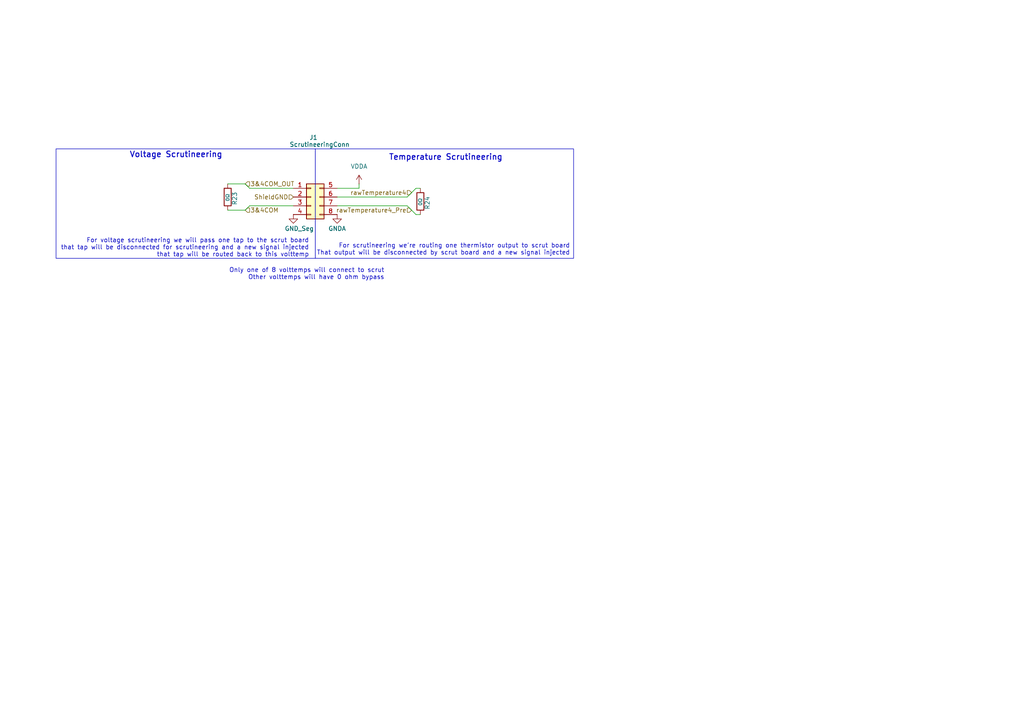
<source format=kicad_sch>
(kicad_sch (version 20250114) (generator "eeschema") (generator_version "9.0")
  (paper "A4")
  (title_block (title "BPS Voltage&Temperature board ") (date "2025-03-05") (rev "2") (company "LHR Solar: Battery Protection System") (comment 2 "Can support up to 5 temperature inputs. ") (comment 3 "Can support up to 5 cells for voltage measurements.") (comment 4 "Board for measuring voltage and temperature of the battery modules."))
  (lib_symbols
    (symbol "Connector_Generic:Conn_02x04_Top_Bottom" (pin_names (offset 1.016) (hide yes))
      (property "Reference" "J" (at 1.27 5.08 0))
      (property "Value" "Conn_02x04_Top_Bottom" (at 1.27 -7.62 0))
      (symbol "Conn_02x04_Top_Bottom_1_1"
        (rectangle (start -1.27 3.81) (end 3.81 -6.35) (stroke (width 0.254)) (fill (type background)))
        (rectangle (start -1.27 2.667) (end 0 2.413) (stroke (width 0.1524)))
        (rectangle (start -1.27 0.127) (end 0 -0.127) (stroke (width 0.1524)))
        (rectangle (start -1.27 -2.413) (end 0 -2.667) (stroke (width 0.1524)))
        (rectangle (start -1.27 -4.953) (end 0 -5.207) (stroke (width 0.1524)))
        (rectangle (start 3.81 2.667) (end 2.54 2.413) (stroke (width 0.1524)))
        (rectangle (start 3.81 0.127) (end 2.54 -0.127) (stroke (width 0.1524)))
        (rectangle (start 3.81 -2.413) (end 2.54 -2.667) (stroke (width 0.1524)))
        (rectangle (start 3.81 -4.953) (end 2.54 -5.207) (stroke (width 0.1524)))
        (pin passive line (at -5.08 2.54 0) (length 3.81) (name "Pin_1") (number "1"))
        (pin passive line (at -5.08 0 0) (length 3.81) (name "Pin_2") (number "2"))
        (pin passive line (at -5.08 -2.54 0) (length 3.81) (name "Pin_3") (number "3"))
        (pin passive line (at -5.08 -5.08 0) (length 3.81) (name "Pin_4") (number "4"))
        (pin passive line (at 7.62 2.54 180) (length 3.81) (name "Pin_5") (number "5"))
        (pin passive line (at 7.62 0 180) (length 3.81) (name "Pin_6") (number "6"))
        (pin passive line (at 7.62 -2.54 180) (length 3.81) (name "Pin_7") (number "7"))
        (pin passive line (at 7.62 -5.08 180) (length 3.81) (name "Pin_8") (number "8"))
      )
    )
    (symbol "Device:R" (pin_numbers (hide yes)) (pin_names (offset 0))
      (property "Reference" "R" (at 2.032 0 90))
      (property "Value" "R" (at 0 0 90))
      (symbol "R_0_1"
        (rectangle (start -1.016 -2.54) (end 1.016 2.54) (stroke (width 0.254)))
      )
      (symbol "R_1_1"
        (pin passive line (at 0 3.81 270) (length 1.27) (name "~") (number "1"))
        (pin passive line (at 0 -3.81 90) (length 1.27) (name "~") (number "2"))
      )
    )
    (symbol "power:GND2" (power) (pin_numbers (hide yes)) (pin_names (offset 0) (hide yes))
      (property "Value" "GND2" (at 0 -3.81 0))
      (symbol "GND2_0_1"
        (polyline (pts (xy 0 0) (xy 0 -1.27) (xy 1.27 -1.27) (xy 0 -2.54) (xy -1.27 -1.27) (xy 0 -1.27)))
      )
      (symbol "GND2_1_1"
        (pin power_in line (at 0 0 270) (length 0) (name "~") (number "1"))
      )
    )
    (symbol "power:GNDA" (power) (pin_numbers (hide yes)) (pin_names (offset 0) (hide yes))
      (property "Value" "GNDA" (at 0 -3.81 0))
      (symbol "GNDA_0_1"
        (polyline (pts (xy 0 0) (xy 0 -1.27) (xy 1.27 -1.27) (xy 0 -2.54) (xy -1.27 -1.27) (xy 0 -1.27)))
      )
      (symbol "GNDA_1_1"
        (pin power_in line (at 0 0 270) (length 0) (name "~") (number "1"))
      )
    )
    (symbol "power:VDDA" (power) (pin_numbers (hide yes)) (pin_names (offset 0) (hide yes))
      (property "Value" "VDDA" (at 0 3.556 0))
      (symbol "VDDA_0_1"
        (polyline (pts (xy -0.762 1.27) (xy 0 2.54)))
        (polyline (pts (xy 0 2.54) (xy 0.762 1.27)))
        (polyline (pts (xy 0 0) (xy 0 2.54)))
      )
      (symbol "VDDA_1_1"
        (pin power_in line (at 0 0 90) (length 0) (name "~") (number "1"))
      )
    )
  )
  (rectangle (start 91.44 43.18) (end 166.37 74.93))
  (rectangle (start 16.256 43.18) (end 91.44 74.93))
  (text "Voltage Scrutineering" (at 51.054 44.958 0) (effects (font (size 1.651 1.651) (thickness 0.254) (bold yes))))
  (text "Temperature Scrutineering" (at 129.286 45.72 0) (effects (font (size 1.651 1.651) (thickness 0.254) (bold yes))))
  (text "For scrutineering we're routing one thermistor output to scrut board\nThat output will be disconnected by scrut board and a new signal injected" (at 165.354 72.39 0) (effects (font (size 1.27 1.27)) (justify right)))
  (text "For voltage scrutineering we will pass one tap to the scrut board\nthat tap will be disconnected for scrutineering and a new signal injected\nthat tap will be routed back to this volttemp" (at 89.662 71.882 0) (effects (font (size 1.27 1.27)) (justify right)))
  (text "Only one of 8 volttemps will connect to scrut\nOther volttemps will have 0 ohm bypass" (at 111.506 79.502 0) (effects (font (size 1.27 1.27)) (justify right)))
  (wire (pts (xy 121.92 62.23) (xy 120.65 62.23)))
  (wire (pts (xy 118.11 57.15) (xy 97.79 57.15)))
  (wire (pts (xy 104.14 53.34) (xy 104.14 54.61)))
  (wire (pts (xy 121.92 54.61) (xy 120.65 54.61)))
  (wire (pts (xy 66.04 53.34) (xy 71.12 53.34)))
  (wire (pts (xy 120.65 62.23) (xy 118.11 59.69)))
  (wire (pts (xy 71.12 60.96) (xy 72.39 59.69)))
  (wire (pts (xy 120.65 54.61) (xy 118.11 57.15)))
  (wire (pts (xy 118.11 59.69) (xy 97.79 59.69)))
  (wire (pts (xy 72.39 54.61) (xy 85.09 54.61)))
  (wire (pts (xy 71.12 53.34) (xy 72.39 54.61)))
  (wire (pts (xy 104.14 54.61) (xy 97.79 54.61)))
  (wire (pts (xy 85.09 59.69) (xy 72.39 59.69)))
  (wire (pts (xy 66.04 60.96) (xy 71.12 60.96)))
  (hierarchical_label "rawTemperature4" (shape input) (at 119.38 55.88 180))
  (hierarchical_label "3&4COM" (shape input) (at 71.12 60.96 0))
  (hierarchical_label "rawTemperature4_Pre" (shape input) (at 119.38 60.96 180))
  (hierarchical_label "3&4COM_OUT" (shape input) (at 71.12 53.34 0))
  (hierarchical_label "ShieldGND" (shape input) (at 85.09 57.15 180))
  (symbol (lib_id "power:GNDA") (at 97.79 62.23 0) (unit 1)
    (property "Reference" "#PWR021" (effects (hide yes)))
    (property "Value" "GNDA" (at 97.79 66.294 0))
    (property "Description" "Power symbol creates a global label with name \"GNDA\" , analog ground" (effects (hide yes)))
  )
  (symbol (lib_id "power:VDDA") (at 104.14 53.34 0) (unit 1)
    (property "Reference" "#PWR024" (effects (hide yes)))
    (property "Value" "VDDA" (at 104.14 48.26 0))
    (property "Description" "Power symbol creates a global label with name \"VDDA\"" (effects (hide yes)))
  )
  (symbol (lib_id "power:GND2") (at 85.09 62.23 0) (unit 1)
    (property "Reference" "#PWR022" (effects (hide yes)))
    (property "Value" "GND_Seg" (at 82.55 66.294 0) (effects (justify left)))
    (property "Description" "Power symbol creates a global label with name \"GND2\" , ground" (effects (hide yes)))
  )
  (symbol (lib_id "Device:R") (at 121.92 58.42 180) (unit 1)
    (property "Reference" "R24" (at 123.952 56.896 90) (effects (justify left)))
    (property "Value" "0Ω" (at 121.92 57.404 90) (effects (font (size 1.016 1.016)) (justify left)))
    (property "Footprint" "Resistor_SMD:R_0603_1608Metric_Pad0.98x0.95mm_HandSolder" (effects (hide yes)))
    (property "Datasheet" "https://www.mouser.com/ProductDetail/Panasonic/ERA-3AED822V?qs=yocZuyCaXdPY%252BoKbtgBWEA%3D%3D&srsltid=AfmBOoqNGSzjo0BSOm8a05aF1OD2DC1DEesdZm6KpS4h-eMhVajjmgo9" (effects (hide yes)))
    (property "Description" "Resistor" (effects (hide yes)))
    (property "P/N" "SFR03EZPJ000" (effects (hide yes)))
  )
  (symbol (lib_id "Connector_Generic:Conn_02x04_Top_Bottom") (at 90.17 57.15 0) (unit 1)
    (property "Reference" "J1" (at 90.932 39.878 0))
    (property "Value" "ScrutineeringConn" (at 92.71 41.91 0))
    (property "Footprint" "VoltTemp:nanofit_02x04" (effects (hide yes)))
    (property "Description" "Generic connector, double row, 02x04, top/bottom pin numbering scheme (row 1: 1...pins_per_row, row2: pins_per_row+1 ... num_pins), script generated (kicad-library-utils/schlib/autogen/connector/)" (effects (hide yes)))
  )
  (symbol (lib_id "Device:R") (at 66.04 57.15 180) (unit 1)
    (property "Reference" "R23" (at 68.072 55.626 90) (effects (justify left)))
    (property "Value" "0Ω" (at 66.04 56.134 90) (effects (font (size 1.016 1.016)) (justify left)))
    (property "Footprint" "Resistor_SMD:R_0603_1608Metric_Pad0.98x0.95mm_HandSolder" (effects (hide yes)))
    (property "Datasheet" "https://www.mouser.com/ProductDetail/Panasonic/ERA-3AED822V?qs=yocZuyCaXdPY%252BoKbtgBWEA%3D%3D&srsltid=AfmBOoqNGSzjo0BSOm8a05aF1OD2DC1DEesdZm6KpS4h-eMhVajjmgo9" (effects (hide yes)))
    (property "Description" "Resistor" (effects (hide yes)))
    (property "P/N" "SFR03EZPJ000" (effects (hide yes)))
  )
)
</source>
